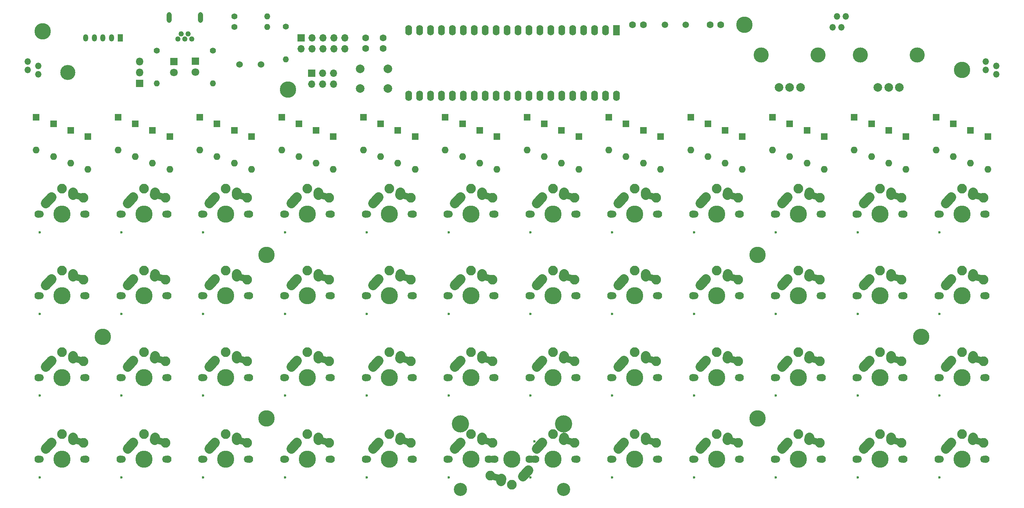
<source format=gbs>
G04 #@! TF.FileFunction,Soldermask,Bot*
%FSLAX46Y46*%
G04 Gerber Fmt 4.6, Leading zero omitted, Abs format (unit mm)*
G04 Created by KiCad (PCBNEW 4.0.7) date 09/10/18 23:45:49*
%MOMM*%
%LPD*%
G01*
G04 APERTURE LIST*
%ADD10C,0.100000*%
%ADD11C,3.800000*%
%ADD12C,1.400000*%
%ADD13O,1.400000X1.400000*%
%ADD14C,1.250000*%
%ADD15O,1.200000X2.500000*%
%ADD16R,1.600000X2.400000*%
%ADD17O,1.600000X2.400000*%
%ADD18C,2.250000*%
%ADD19C,1.770000*%
%ADD20C,0.600000*%
%ADD21C,2.250000*%
%ADD22C,1.780000*%
%ADD23C,3.987800*%
%ADD24C,1.680000*%
%ADD25C,1.524000*%
%ADD26C,2.000000*%
%ADD27C,3.500000*%
%ADD28O,3.500000X3.500000*%
%ADD29R,1.800000X1.800000*%
%ADD30O,1.800000X1.800000*%
%ADD31C,1.600000*%
%ADD32C,1.500000*%
%ADD33R,1.200000X1.700000*%
%ADD34O,1.200000X1.700000*%
%ADD35R,1.600000X1.600000*%
%ADD36O,1.600000X1.600000*%
%ADD37R,1.700000X1.700000*%
%ADD38O,1.700000X1.700000*%
%ADD39C,3.048000*%
%ADD40C,4.000000*%
%ADD41C,1.800000*%
%ADD42O,1.500000X1.500000*%
%ADD43C,1.524000*%
G04 APERTURE END LIST*
D10*
D11*
X243500000Y-111500000D03*
X202500000Y-39000000D03*
X96500000Y-54000000D03*
X39500000Y-40500000D03*
X205500000Y-92500000D03*
X91500000Y-92500000D03*
X53500000Y-111500000D03*
X91500000Y-130500000D03*
X205500000Y-130500000D03*
D12*
X66000000Y-45000000D03*
D13*
X66000000Y-52620000D03*
D12*
X79000000Y-45000000D03*
D13*
X79000000Y-52620000D03*
D14*
X70900000Y-42300000D03*
X71700000Y-41100000D03*
X72500000Y-42300000D03*
X73300000Y-41100000D03*
X74100000Y-42300000D03*
D15*
X68850000Y-37250000D03*
X76150000Y-37250000D03*
D16*
X172760000Y-40260000D03*
D17*
X124500000Y-55500000D03*
X170220000Y-40260000D03*
X127040000Y-55500000D03*
X167680000Y-40260000D03*
X129580000Y-55500000D03*
X165140000Y-40260000D03*
X132120000Y-55500000D03*
X162600000Y-40260000D03*
X134660000Y-55500000D03*
X160060000Y-40260000D03*
X137200000Y-55500000D03*
X157520000Y-40260000D03*
X139740000Y-55500000D03*
X154980000Y-40260000D03*
X142280000Y-55500000D03*
X152440000Y-40260000D03*
X144820000Y-55500000D03*
X149900000Y-40260000D03*
X147360000Y-55500000D03*
X147360000Y-40260000D03*
X149900000Y-55500000D03*
X144820000Y-40260000D03*
X152440000Y-55500000D03*
X142280000Y-40260000D03*
X154980000Y-55500000D03*
X139740000Y-40260000D03*
X157520000Y-55500000D03*
X137200000Y-40260000D03*
X160060000Y-55500000D03*
X134660000Y-40260000D03*
X162600000Y-55500000D03*
X132120000Y-40260000D03*
X165140000Y-55500000D03*
X129580000Y-40260000D03*
X167680000Y-55500000D03*
X127040000Y-40260000D03*
X170220000Y-55500000D03*
X124500000Y-40260000D03*
X172760000Y-55500000D03*
D18*
X40202635Y-80483419D02*
X41487365Y-79056581D01*
X46499771Y-78499294D02*
X46540229Y-77920706D01*
D19*
X41500000Y-79000000D03*
X40190000Y-80460000D03*
X46500000Y-78500000D03*
D20*
X38780000Y-87200000D03*
D19*
X46540000Y-77920000D03*
D21*
X49000000Y-79200000D03*
X44000000Y-77100000D03*
D22*
X49500000Y-83000000D03*
D19*
X44000000Y-77100000D03*
X49000000Y-79200000D03*
D22*
X38500000Y-83000000D03*
D23*
X44000000Y-83000000D03*
D24*
X49080000Y-83000000D03*
X38920000Y-83000000D03*
D25*
X49001226Y-79099499D02*
X46598774Y-78500501D01*
D18*
X249202635Y-80483419D02*
X250487365Y-79056581D01*
X255499771Y-78499294D02*
X255540229Y-77920706D01*
D19*
X250500000Y-79000000D03*
X249190000Y-80460000D03*
X255500000Y-78500000D03*
D20*
X247780000Y-87200000D03*
D19*
X255540000Y-77920000D03*
D21*
X258000000Y-79200000D03*
X253000000Y-77100000D03*
D22*
X258500000Y-83000000D03*
D19*
X253000000Y-77100000D03*
X258000000Y-79200000D03*
D22*
X247500000Y-83000000D03*
D23*
X253000000Y-83000000D03*
D24*
X258080000Y-83000000D03*
X247920000Y-83000000D03*
D25*
X258001226Y-79099499D02*
X255598774Y-78500501D01*
D18*
X230202635Y-80483419D02*
X231487365Y-79056581D01*
X236499771Y-78499294D02*
X236540229Y-77920706D01*
D19*
X231500000Y-79000000D03*
X230190000Y-80460000D03*
X236500000Y-78500000D03*
D20*
X228780000Y-87200000D03*
D19*
X236540000Y-77920000D03*
D21*
X239000000Y-79200000D03*
X234000000Y-77100000D03*
D22*
X239500000Y-83000000D03*
D19*
X234000000Y-77100000D03*
X239000000Y-79200000D03*
D22*
X228500000Y-83000000D03*
D23*
X234000000Y-83000000D03*
D24*
X239080000Y-83000000D03*
X228920000Y-83000000D03*
D25*
X239001226Y-79099499D02*
X236598774Y-78500501D01*
D18*
X211202635Y-80483419D02*
X212487365Y-79056581D01*
X217499771Y-78499294D02*
X217540229Y-77920706D01*
D19*
X212500000Y-79000000D03*
X211190000Y-80460000D03*
X217500000Y-78500000D03*
D20*
X209780000Y-87200000D03*
D19*
X217540000Y-77920000D03*
D21*
X220000000Y-79200000D03*
X215000000Y-77100000D03*
D22*
X220500000Y-83000000D03*
D19*
X215000000Y-77100000D03*
X220000000Y-79200000D03*
D22*
X209500000Y-83000000D03*
D23*
X215000000Y-83000000D03*
D24*
X220080000Y-83000000D03*
X209920000Y-83000000D03*
D25*
X220001226Y-79099499D02*
X217598774Y-78500501D01*
D18*
X192202635Y-80483419D02*
X193487365Y-79056581D01*
X198499771Y-78499294D02*
X198540229Y-77920706D01*
D19*
X193500000Y-79000000D03*
X192190000Y-80460000D03*
X198500000Y-78500000D03*
D20*
X190780000Y-87200000D03*
D19*
X198540000Y-77920000D03*
D21*
X201000000Y-79200000D03*
X196000000Y-77100000D03*
D22*
X201500000Y-83000000D03*
D19*
X196000000Y-77100000D03*
X201000000Y-79200000D03*
D22*
X190500000Y-83000000D03*
D23*
X196000000Y-83000000D03*
D24*
X201080000Y-83000000D03*
X190920000Y-83000000D03*
D25*
X201001226Y-79099499D02*
X198598774Y-78500501D01*
D18*
X173202635Y-80483419D02*
X174487365Y-79056581D01*
X179499771Y-78499294D02*
X179540229Y-77920706D01*
D19*
X174500000Y-79000000D03*
X173190000Y-80460000D03*
X179500000Y-78500000D03*
D20*
X171780000Y-87200000D03*
D19*
X179540000Y-77920000D03*
D21*
X182000000Y-79200000D03*
X177000000Y-77100000D03*
D22*
X182500000Y-83000000D03*
D19*
X177000000Y-77100000D03*
X182000000Y-79200000D03*
D22*
X171500000Y-83000000D03*
D23*
X177000000Y-83000000D03*
D24*
X182080000Y-83000000D03*
X171920000Y-83000000D03*
D25*
X182001226Y-79099499D02*
X179598774Y-78500501D01*
D18*
X154202635Y-80483419D02*
X155487365Y-79056581D01*
X160499771Y-78499294D02*
X160540229Y-77920706D01*
D19*
X155500000Y-79000000D03*
X154190000Y-80460000D03*
X160500000Y-78500000D03*
D20*
X152780000Y-87200000D03*
D19*
X160540000Y-77920000D03*
D21*
X163000000Y-79200000D03*
X158000000Y-77100000D03*
D22*
X163500000Y-83000000D03*
D19*
X158000000Y-77100000D03*
X163000000Y-79200000D03*
D22*
X152500000Y-83000000D03*
D23*
X158000000Y-83000000D03*
D24*
X163080000Y-83000000D03*
X152920000Y-83000000D03*
D25*
X163001226Y-79099499D02*
X160598774Y-78500501D01*
D18*
X135202635Y-80483419D02*
X136487365Y-79056581D01*
X141499771Y-78499294D02*
X141540229Y-77920706D01*
D19*
X136500000Y-79000000D03*
X135190000Y-80460000D03*
X141500000Y-78500000D03*
D20*
X133780000Y-87200000D03*
D19*
X141540000Y-77920000D03*
D21*
X144000000Y-79200000D03*
X139000000Y-77100000D03*
D22*
X144500000Y-83000000D03*
D19*
X139000000Y-77100000D03*
X144000000Y-79200000D03*
D22*
X133500000Y-83000000D03*
D23*
X139000000Y-83000000D03*
D24*
X144080000Y-83000000D03*
X133920000Y-83000000D03*
D25*
X144001226Y-79099499D02*
X141598774Y-78500501D01*
D18*
X116202635Y-80483419D02*
X117487365Y-79056581D01*
X122499771Y-78499294D02*
X122540229Y-77920706D01*
D19*
X117500000Y-79000000D03*
X116190000Y-80460000D03*
X122500000Y-78500000D03*
D20*
X114780000Y-87200000D03*
D19*
X122540000Y-77920000D03*
D21*
X125000000Y-79200000D03*
X120000000Y-77100000D03*
D22*
X125500000Y-83000000D03*
D19*
X120000000Y-77100000D03*
X125000000Y-79200000D03*
D22*
X114500000Y-83000000D03*
D23*
X120000000Y-83000000D03*
D24*
X125080000Y-83000000D03*
X114920000Y-83000000D03*
D25*
X125001226Y-79099499D02*
X122598774Y-78500501D01*
D18*
X97202635Y-80483419D02*
X98487365Y-79056581D01*
X103499771Y-78499294D02*
X103540229Y-77920706D01*
D19*
X98500000Y-79000000D03*
X97190000Y-80460000D03*
X103500000Y-78500000D03*
D20*
X95780000Y-87200000D03*
D19*
X103540000Y-77920000D03*
D21*
X106000000Y-79200000D03*
X101000000Y-77100000D03*
D22*
X106500000Y-83000000D03*
D19*
X101000000Y-77100000D03*
X106000000Y-79200000D03*
D22*
X95500000Y-83000000D03*
D23*
X101000000Y-83000000D03*
D24*
X106080000Y-83000000D03*
X95920000Y-83000000D03*
D25*
X106001226Y-79099499D02*
X103598774Y-78500501D01*
D18*
X78202635Y-80483419D02*
X79487365Y-79056581D01*
X84499771Y-78499294D02*
X84540229Y-77920706D01*
D19*
X79500000Y-79000000D03*
X78190000Y-80460000D03*
X84500000Y-78500000D03*
D20*
X76780000Y-87200000D03*
D19*
X84540000Y-77920000D03*
D21*
X87000000Y-79200000D03*
X82000000Y-77100000D03*
D22*
X87500000Y-83000000D03*
D19*
X82000000Y-77100000D03*
X87000000Y-79200000D03*
D22*
X76500000Y-83000000D03*
D23*
X82000000Y-83000000D03*
D24*
X87080000Y-83000000D03*
X76920000Y-83000000D03*
D25*
X87001226Y-79099499D02*
X84598774Y-78500501D01*
D18*
X59202635Y-80483419D02*
X60487365Y-79056581D01*
X65499771Y-78499294D02*
X65540229Y-77920706D01*
D19*
X60500000Y-79000000D03*
X59190000Y-80460000D03*
X65500000Y-78500000D03*
D20*
X57780000Y-87200000D03*
D19*
X65540000Y-77920000D03*
D21*
X68000000Y-79200000D03*
X63000000Y-77100000D03*
D22*
X68500000Y-83000000D03*
D19*
X63000000Y-77100000D03*
X68000000Y-79200000D03*
D22*
X57500000Y-83000000D03*
D23*
X63000000Y-83000000D03*
D24*
X68080000Y-83000000D03*
X57920000Y-83000000D03*
D25*
X68001226Y-79099499D02*
X65598774Y-78500501D01*
D26*
X236000000Y-53500000D03*
X238500000Y-53500000D03*
X233500000Y-53500000D03*
D27*
X242600000Y-46000000D03*
X229400000Y-46000000D03*
D28*
X45340000Y-50040000D03*
D29*
X62000000Y-52580000D03*
D30*
X62000000Y-50040000D03*
X62000000Y-47500000D03*
D31*
X179000000Y-39000000D03*
X176500000Y-39000000D03*
X194500000Y-39000000D03*
X197000000Y-39000000D03*
D12*
X84000000Y-37000000D03*
D13*
X91620000Y-37000000D03*
D12*
X84000000Y-39500000D03*
D13*
X91620000Y-39500000D03*
D32*
X184000000Y-39000000D03*
X188880000Y-39000000D03*
D31*
X118600000Y-44500000D03*
X118600000Y-42000000D03*
X114500000Y-44500000D03*
X114500000Y-42000000D03*
D33*
X57500000Y-42000000D03*
D34*
X55500000Y-42000000D03*
X53500000Y-42000000D03*
X51500000Y-42000000D03*
X49500000Y-42000000D03*
D12*
X96000000Y-39380000D03*
D13*
X96000000Y-47000000D03*
D35*
X38000000Y-60500000D03*
D36*
X38000000Y-68120000D03*
D35*
X57000000Y-60500000D03*
D36*
X57000000Y-68120000D03*
D35*
X76000000Y-60500000D03*
D36*
X76000000Y-68120000D03*
D35*
X95000000Y-60500000D03*
D36*
X95000000Y-68120000D03*
D35*
X114000000Y-60500000D03*
D36*
X114000000Y-68120000D03*
D35*
X133000000Y-60500000D03*
D36*
X133000000Y-68120000D03*
D35*
X152000000Y-60500000D03*
D36*
X152000000Y-68120000D03*
D35*
X171000000Y-60500000D03*
D36*
X171000000Y-68120000D03*
D35*
X190000000Y-60500000D03*
D36*
X190000000Y-68120000D03*
D35*
X209000000Y-60500000D03*
D36*
X209000000Y-68120000D03*
D35*
X228000000Y-60500000D03*
D36*
X228000000Y-68120000D03*
D35*
X247000000Y-60500000D03*
D36*
X247000000Y-68120000D03*
D35*
X42000000Y-62000000D03*
D36*
X42000000Y-69620000D03*
D35*
X61000000Y-62000000D03*
D36*
X61000000Y-69620000D03*
D35*
X80000000Y-62000000D03*
D36*
X80000000Y-69620000D03*
D35*
X99000000Y-62000000D03*
D36*
X99000000Y-69620000D03*
D35*
X118000000Y-62000000D03*
D36*
X118000000Y-69620000D03*
D35*
X137000000Y-62000000D03*
D36*
X137000000Y-69620000D03*
D35*
X156000000Y-62000000D03*
D36*
X156000000Y-69620000D03*
D35*
X175000000Y-62000000D03*
D36*
X175000000Y-69620000D03*
D35*
X194000000Y-62000000D03*
D36*
X194000000Y-69620000D03*
D35*
X213000000Y-62000000D03*
D36*
X213000000Y-69620000D03*
D35*
X232000000Y-62000000D03*
D36*
X232000000Y-69620000D03*
D35*
X251000000Y-62000000D03*
D36*
X251000000Y-69620000D03*
D35*
X46000000Y-63500000D03*
D36*
X46000000Y-71120000D03*
D35*
X65000000Y-63500000D03*
D36*
X65000000Y-71120000D03*
D35*
X84000000Y-63500000D03*
D36*
X84000000Y-71120000D03*
D35*
X103000000Y-63500000D03*
D36*
X103000000Y-71120000D03*
D35*
X122000000Y-63500000D03*
D36*
X122000000Y-71120000D03*
D35*
X141000000Y-63500000D03*
D36*
X141000000Y-71120000D03*
D35*
X160000000Y-63500000D03*
D36*
X160000000Y-71120000D03*
D35*
X179000000Y-63500000D03*
D36*
X179000000Y-71120000D03*
D35*
X198000000Y-63500000D03*
D36*
X198000000Y-71120000D03*
D35*
X217000000Y-63500000D03*
D36*
X217000000Y-71120000D03*
D35*
X236000000Y-63500000D03*
D36*
X236000000Y-71120000D03*
D35*
X255000000Y-63500000D03*
D36*
X255000000Y-71120000D03*
D35*
X50000000Y-65000000D03*
D36*
X50000000Y-72620000D03*
D35*
X69000000Y-65000000D03*
D36*
X69000000Y-72620000D03*
D35*
X88000000Y-65000000D03*
D36*
X88000000Y-72620000D03*
D35*
X107000000Y-65000000D03*
D36*
X107000000Y-72620000D03*
D35*
X126000000Y-65000000D03*
D36*
X126000000Y-72620000D03*
D35*
X145000000Y-65000000D03*
D36*
X145000000Y-72620000D03*
D35*
X164000000Y-65000000D03*
D36*
X164000000Y-72620000D03*
D35*
X183000000Y-65000000D03*
D36*
X183000000Y-72620000D03*
D35*
X202000000Y-65000000D03*
D36*
X202000000Y-72620000D03*
D35*
X221000000Y-65000000D03*
D36*
X221000000Y-72620000D03*
D35*
X240000000Y-65000000D03*
D36*
X240000000Y-72620000D03*
D35*
X259000000Y-65000000D03*
D36*
X259000000Y-72620000D03*
D18*
X40202635Y-99483419D02*
X41487365Y-98056581D01*
X46499771Y-97499294D02*
X46540229Y-96920706D01*
D19*
X41500000Y-98000000D03*
X40190000Y-99460000D03*
X46500000Y-97500000D03*
D20*
X38780000Y-106200000D03*
D19*
X46540000Y-96920000D03*
D21*
X49000000Y-98200000D03*
X44000000Y-96100000D03*
D22*
X49500000Y-102000000D03*
D19*
X44000000Y-96100000D03*
X49000000Y-98200000D03*
D22*
X38500000Y-102000000D03*
D23*
X44000000Y-102000000D03*
D24*
X49080000Y-102000000D03*
X38920000Y-102000000D03*
D25*
X49001226Y-98099499D02*
X46598774Y-97500501D01*
D18*
X59202635Y-99483419D02*
X60487365Y-98056581D01*
X65499771Y-97499294D02*
X65540229Y-96920706D01*
D19*
X60500000Y-98000000D03*
X59190000Y-99460000D03*
X65500000Y-97500000D03*
D20*
X57780000Y-106200000D03*
D19*
X65540000Y-96920000D03*
D21*
X68000000Y-98200000D03*
X63000000Y-96100000D03*
D22*
X68500000Y-102000000D03*
D19*
X63000000Y-96100000D03*
X68000000Y-98200000D03*
D22*
X57500000Y-102000000D03*
D23*
X63000000Y-102000000D03*
D24*
X68080000Y-102000000D03*
X57920000Y-102000000D03*
D25*
X68001226Y-98099499D02*
X65598774Y-97500501D01*
D18*
X78202635Y-99483419D02*
X79487365Y-98056581D01*
X84499771Y-97499294D02*
X84540229Y-96920706D01*
D19*
X79500000Y-98000000D03*
X78190000Y-99460000D03*
X84500000Y-97500000D03*
D20*
X76780000Y-106200000D03*
D19*
X84540000Y-96920000D03*
D21*
X87000000Y-98200000D03*
X82000000Y-96100000D03*
D22*
X87500000Y-102000000D03*
D19*
X82000000Y-96100000D03*
X87000000Y-98200000D03*
D22*
X76500000Y-102000000D03*
D23*
X82000000Y-102000000D03*
D24*
X87080000Y-102000000D03*
X76920000Y-102000000D03*
D25*
X87001226Y-98099499D02*
X84598774Y-97500501D01*
D18*
X97202635Y-99483419D02*
X98487365Y-98056581D01*
X103499771Y-97499294D02*
X103540229Y-96920706D01*
D19*
X98500000Y-98000000D03*
X97190000Y-99460000D03*
X103500000Y-97500000D03*
D20*
X95780000Y-106200000D03*
D19*
X103540000Y-96920000D03*
D21*
X106000000Y-98200000D03*
X101000000Y-96100000D03*
D22*
X106500000Y-102000000D03*
D19*
X101000000Y-96100000D03*
X106000000Y-98200000D03*
D22*
X95500000Y-102000000D03*
D23*
X101000000Y-102000000D03*
D24*
X106080000Y-102000000D03*
X95920000Y-102000000D03*
D25*
X106001226Y-98099499D02*
X103598774Y-97500501D01*
D18*
X116202635Y-99483419D02*
X117487365Y-98056581D01*
X122499771Y-97499294D02*
X122540229Y-96920706D01*
D19*
X117500000Y-98000000D03*
X116190000Y-99460000D03*
X122500000Y-97500000D03*
D20*
X114780000Y-106200000D03*
D19*
X122540000Y-96920000D03*
D21*
X125000000Y-98200000D03*
X120000000Y-96100000D03*
D22*
X125500000Y-102000000D03*
D19*
X120000000Y-96100000D03*
X125000000Y-98200000D03*
D22*
X114500000Y-102000000D03*
D23*
X120000000Y-102000000D03*
D24*
X125080000Y-102000000D03*
X114920000Y-102000000D03*
D25*
X125001226Y-98099499D02*
X122598774Y-97500501D01*
D18*
X135202635Y-99483419D02*
X136487365Y-98056581D01*
X141499771Y-97499294D02*
X141540229Y-96920706D01*
D19*
X136500000Y-98000000D03*
X135190000Y-99460000D03*
X141500000Y-97500000D03*
D20*
X133780000Y-106200000D03*
D19*
X141540000Y-96920000D03*
D21*
X144000000Y-98200000D03*
X139000000Y-96100000D03*
D22*
X144500000Y-102000000D03*
D19*
X139000000Y-96100000D03*
X144000000Y-98200000D03*
D22*
X133500000Y-102000000D03*
D23*
X139000000Y-102000000D03*
D24*
X144080000Y-102000000D03*
X133920000Y-102000000D03*
D25*
X144001226Y-98099499D02*
X141598774Y-97500501D01*
D18*
X154202635Y-99483419D02*
X155487365Y-98056581D01*
X160499771Y-97499294D02*
X160540229Y-96920706D01*
D19*
X155500000Y-98000000D03*
X154190000Y-99460000D03*
X160500000Y-97500000D03*
D20*
X152780000Y-106200000D03*
D19*
X160540000Y-96920000D03*
D21*
X163000000Y-98200000D03*
X158000000Y-96100000D03*
D22*
X163500000Y-102000000D03*
D19*
X158000000Y-96100000D03*
X163000000Y-98200000D03*
D22*
X152500000Y-102000000D03*
D23*
X158000000Y-102000000D03*
D24*
X163080000Y-102000000D03*
X152920000Y-102000000D03*
D25*
X163001226Y-98099499D02*
X160598774Y-97500501D01*
D18*
X173202635Y-99483419D02*
X174487365Y-98056581D01*
X179499771Y-97499294D02*
X179540229Y-96920706D01*
D19*
X174500000Y-98000000D03*
X173190000Y-99460000D03*
X179500000Y-97500000D03*
D20*
X171780000Y-106200000D03*
D19*
X179540000Y-96920000D03*
D21*
X182000000Y-98200000D03*
X177000000Y-96100000D03*
D22*
X182500000Y-102000000D03*
D19*
X177000000Y-96100000D03*
X182000000Y-98200000D03*
D22*
X171500000Y-102000000D03*
D23*
X177000000Y-102000000D03*
D24*
X182080000Y-102000000D03*
X171920000Y-102000000D03*
D25*
X182001226Y-98099499D02*
X179598774Y-97500501D01*
D18*
X192202635Y-99483419D02*
X193487365Y-98056581D01*
X198499771Y-97499294D02*
X198540229Y-96920706D01*
D19*
X193500000Y-98000000D03*
X192190000Y-99460000D03*
X198500000Y-97500000D03*
D20*
X190780000Y-106200000D03*
D19*
X198540000Y-96920000D03*
D21*
X201000000Y-98200000D03*
X196000000Y-96100000D03*
D22*
X201500000Y-102000000D03*
D19*
X196000000Y-96100000D03*
X201000000Y-98200000D03*
D22*
X190500000Y-102000000D03*
D23*
X196000000Y-102000000D03*
D24*
X201080000Y-102000000D03*
X190920000Y-102000000D03*
D25*
X201001226Y-98099499D02*
X198598774Y-97500501D01*
D18*
X211202635Y-99483419D02*
X212487365Y-98056581D01*
X217499771Y-97499294D02*
X217540229Y-96920706D01*
D19*
X212500000Y-98000000D03*
X211190000Y-99460000D03*
X217500000Y-97500000D03*
D20*
X209780000Y-106200000D03*
D19*
X217540000Y-96920000D03*
D21*
X220000000Y-98200000D03*
X215000000Y-96100000D03*
D22*
X220500000Y-102000000D03*
D19*
X215000000Y-96100000D03*
X220000000Y-98200000D03*
D22*
X209500000Y-102000000D03*
D23*
X215000000Y-102000000D03*
D24*
X220080000Y-102000000D03*
X209920000Y-102000000D03*
D25*
X220001226Y-98099499D02*
X217598774Y-97500501D01*
D18*
X230202635Y-99483419D02*
X231487365Y-98056581D01*
X236499771Y-97499294D02*
X236540229Y-96920706D01*
D19*
X231500000Y-98000000D03*
X230190000Y-99460000D03*
X236500000Y-97500000D03*
D20*
X228780000Y-106200000D03*
D19*
X236540000Y-96920000D03*
D21*
X239000000Y-98200000D03*
X234000000Y-96100000D03*
D22*
X239500000Y-102000000D03*
D19*
X234000000Y-96100000D03*
X239000000Y-98200000D03*
D22*
X228500000Y-102000000D03*
D23*
X234000000Y-102000000D03*
D24*
X239080000Y-102000000D03*
X228920000Y-102000000D03*
D25*
X239001226Y-98099499D02*
X236598774Y-97500501D01*
D18*
X249202635Y-99483419D02*
X250487365Y-98056581D01*
X255499771Y-97499294D02*
X255540229Y-96920706D01*
D19*
X250500000Y-98000000D03*
X249190000Y-99460000D03*
X255500000Y-97500000D03*
D20*
X247780000Y-106200000D03*
D19*
X255540000Y-96920000D03*
D21*
X258000000Y-98200000D03*
X253000000Y-96100000D03*
D22*
X258500000Y-102000000D03*
D19*
X253000000Y-96100000D03*
X258000000Y-98200000D03*
D22*
X247500000Y-102000000D03*
D23*
X253000000Y-102000000D03*
D24*
X258080000Y-102000000D03*
X247920000Y-102000000D03*
D25*
X258001226Y-98099499D02*
X255598774Y-97500501D01*
D18*
X40202635Y-118483419D02*
X41487365Y-117056581D01*
X46499771Y-116499294D02*
X46540229Y-115920706D01*
D19*
X41500000Y-117000000D03*
X40190000Y-118460000D03*
X46500000Y-116500000D03*
D20*
X38780000Y-125200000D03*
D19*
X46540000Y-115920000D03*
D21*
X49000000Y-117200000D03*
X44000000Y-115100000D03*
D22*
X49500000Y-121000000D03*
D19*
X44000000Y-115100000D03*
X49000000Y-117200000D03*
D22*
X38500000Y-121000000D03*
D23*
X44000000Y-121000000D03*
D24*
X49080000Y-121000000D03*
X38920000Y-121000000D03*
D25*
X49001226Y-117099499D02*
X46598774Y-116500501D01*
D18*
X59202635Y-118483419D02*
X60487365Y-117056581D01*
X65499771Y-116499294D02*
X65540229Y-115920706D01*
D19*
X60500000Y-117000000D03*
X59190000Y-118460000D03*
X65500000Y-116500000D03*
D20*
X57780000Y-125200000D03*
D19*
X65540000Y-115920000D03*
D21*
X68000000Y-117200000D03*
X63000000Y-115100000D03*
D22*
X68500000Y-121000000D03*
D19*
X63000000Y-115100000D03*
X68000000Y-117200000D03*
D22*
X57500000Y-121000000D03*
D23*
X63000000Y-121000000D03*
D24*
X68080000Y-121000000D03*
X57920000Y-121000000D03*
D25*
X68001226Y-117099499D02*
X65598774Y-116500501D01*
D18*
X78202635Y-118483419D02*
X79487365Y-117056581D01*
X84499771Y-116499294D02*
X84540229Y-115920706D01*
D19*
X79500000Y-117000000D03*
X78190000Y-118460000D03*
X84500000Y-116500000D03*
D20*
X76780000Y-125200000D03*
D19*
X84540000Y-115920000D03*
D21*
X87000000Y-117200000D03*
X82000000Y-115100000D03*
D22*
X87500000Y-121000000D03*
D19*
X82000000Y-115100000D03*
X87000000Y-117200000D03*
D22*
X76500000Y-121000000D03*
D23*
X82000000Y-121000000D03*
D24*
X87080000Y-121000000D03*
X76920000Y-121000000D03*
D25*
X87001226Y-117099499D02*
X84598774Y-116500501D01*
D18*
X97202635Y-118483419D02*
X98487365Y-117056581D01*
X103499771Y-116499294D02*
X103540229Y-115920706D01*
D19*
X98500000Y-117000000D03*
X97190000Y-118460000D03*
X103500000Y-116500000D03*
D20*
X95780000Y-125200000D03*
D19*
X103540000Y-115920000D03*
D21*
X106000000Y-117200000D03*
X101000000Y-115100000D03*
D22*
X106500000Y-121000000D03*
D19*
X101000000Y-115100000D03*
X106000000Y-117200000D03*
D22*
X95500000Y-121000000D03*
D23*
X101000000Y-121000000D03*
D24*
X106080000Y-121000000D03*
X95920000Y-121000000D03*
D25*
X106001226Y-117099499D02*
X103598774Y-116500501D01*
D18*
X116202635Y-118483419D02*
X117487365Y-117056581D01*
X122499771Y-116499294D02*
X122540229Y-115920706D01*
D19*
X117500000Y-117000000D03*
X116190000Y-118460000D03*
X122500000Y-116500000D03*
D20*
X114780000Y-125200000D03*
D19*
X122540000Y-115920000D03*
D21*
X125000000Y-117200000D03*
X120000000Y-115100000D03*
D22*
X125500000Y-121000000D03*
D19*
X120000000Y-115100000D03*
X125000000Y-117200000D03*
D22*
X114500000Y-121000000D03*
D23*
X120000000Y-121000000D03*
D24*
X125080000Y-121000000D03*
X114920000Y-121000000D03*
D25*
X125001226Y-117099499D02*
X122598774Y-116500501D01*
D18*
X135202635Y-118483419D02*
X136487365Y-117056581D01*
X141499771Y-116499294D02*
X141540229Y-115920706D01*
D19*
X136500000Y-117000000D03*
X135190000Y-118460000D03*
X141500000Y-116500000D03*
D20*
X133780000Y-125200000D03*
D19*
X141540000Y-115920000D03*
D21*
X144000000Y-117200000D03*
X139000000Y-115100000D03*
D22*
X144500000Y-121000000D03*
D19*
X139000000Y-115100000D03*
X144000000Y-117200000D03*
D22*
X133500000Y-121000000D03*
D23*
X139000000Y-121000000D03*
D24*
X144080000Y-121000000D03*
X133920000Y-121000000D03*
D25*
X144001226Y-117099499D02*
X141598774Y-116500501D01*
D18*
X154202635Y-118483419D02*
X155487365Y-117056581D01*
X160499771Y-116499294D02*
X160540229Y-115920706D01*
D19*
X155500000Y-117000000D03*
X154190000Y-118460000D03*
X160500000Y-116500000D03*
D20*
X152780000Y-125200000D03*
D19*
X160540000Y-115920000D03*
D21*
X163000000Y-117200000D03*
X158000000Y-115100000D03*
D22*
X163500000Y-121000000D03*
D19*
X158000000Y-115100000D03*
X163000000Y-117200000D03*
D22*
X152500000Y-121000000D03*
D23*
X158000000Y-121000000D03*
D24*
X163080000Y-121000000D03*
X152920000Y-121000000D03*
D25*
X163001226Y-117099499D02*
X160598774Y-116500501D01*
D18*
X173202635Y-118483419D02*
X174487365Y-117056581D01*
X179499771Y-116499294D02*
X179540229Y-115920706D01*
D19*
X174500000Y-117000000D03*
X173190000Y-118460000D03*
X179500000Y-116500000D03*
D20*
X171780000Y-125200000D03*
D19*
X179540000Y-115920000D03*
D21*
X182000000Y-117200000D03*
X177000000Y-115100000D03*
D22*
X182500000Y-121000000D03*
D19*
X177000000Y-115100000D03*
X182000000Y-117200000D03*
D22*
X171500000Y-121000000D03*
D23*
X177000000Y-121000000D03*
D24*
X182080000Y-121000000D03*
X171920000Y-121000000D03*
D25*
X182001226Y-117099499D02*
X179598774Y-116500501D01*
D18*
X192202635Y-118483419D02*
X193487365Y-117056581D01*
X198499771Y-116499294D02*
X198540229Y-115920706D01*
D19*
X193500000Y-117000000D03*
X192190000Y-118460000D03*
X198500000Y-116500000D03*
D20*
X190780000Y-125200000D03*
D19*
X198540000Y-115920000D03*
D21*
X201000000Y-117200000D03*
X196000000Y-115100000D03*
D22*
X201500000Y-121000000D03*
D19*
X196000000Y-115100000D03*
X201000000Y-117200000D03*
D22*
X190500000Y-121000000D03*
D23*
X196000000Y-121000000D03*
D24*
X201080000Y-121000000D03*
X190920000Y-121000000D03*
D25*
X201001226Y-117099499D02*
X198598774Y-116500501D01*
D18*
X211202635Y-118483419D02*
X212487365Y-117056581D01*
X217499771Y-116499294D02*
X217540229Y-115920706D01*
D19*
X212500000Y-117000000D03*
X211190000Y-118460000D03*
X217500000Y-116500000D03*
D20*
X209780000Y-125200000D03*
D19*
X217540000Y-115920000D03*
D21*
X220000000Y-117200000D03*
X215000000Y-115100000D03*
D22*
X220500000Y-121000000D03*
D19*
X215000000Y-115100000D03*
X220000000Y-117200000D03*
D22*
X209500000Y-121000000D03*
D23*
X215000000Y-121000000D03*
D24*
X220080000Y-121000000D03*
X209920000Y-121000000D03*
D25*
X220001226Y-117099499D02*
X217598774Y-116500501D01*
D18*
X230202635Y-118483419D02*
X231487365Y-117056581D01*
X236499771Y-116499294D02*
X236540229Y-115920706D01*
D19*
X231500000Y-117000000D03*
X230190000Y-118460000D03*
X236500000Y-116500000D03*
D20*
X228780000Y-125200000D03*
D19*
X236540000Y-115920000D03*
D21*
X239000000Y-117200000D03*
X234000000Y-115100000D03*
D22*
X239500000Y-121000000D03*
D19*
X234000000Y-115100000D03*
X239000000Y-117200000D03*
D22*
X228500000Y-121000000D03*
D23*
X234000000Y-121000000D03*
D24*
X239080000Y-121000000D03*
X228920000Y-121000000D03*
D25*
X239001226Y-117099499D02*
X236598774Y-116500501D01*
D18*
X249202635Y-118483419D02*
X250487365Y-117056581D01*
X255499771Y-116499294D02*
X255540229Y-115920706D01*
D19*
X250500000Y-117000000D03*
X249190000Y-118460000D03*
X255500000Y-116500000D03*
D20*
X247780000Y-125200000D03*
D19*
X255540000Y-115920000D03*
D21*
X258000000Y-117200000D03*
X253000000Y-115100000D03*
D22*
X258500000Y-121000000D03*
D19*
X253000000Y-115100000D03*
X258000000Y-117200000D03*
D22*
X247500000Y-121000000D03*
D23*
X253000000Y-121000000D03*
D24*
X258080000Y-121000000D03*
X247920000Y-121000000D03*
D25*
X258001226Y-117099499D02*
X255598774Y-116500501D01*
D18*
X40202635Y-137483419D02*
X41487365Y-136056581D01*
X46499771Y-135499294D02*
X46540229Y-134920706D01*
D19*
X41500000Y-136000000D03*
X40190000Y-137460000D03*
X46500000Y-135500000D03*
D20*
X38780000Y-144200000D03*
D19*
X46540000Y-134920000D03*
D21*
X49000000Y-136200000D03*
X44000000Y-134100000D03*
D22*
X49500000Y-140000000D03*
D19*
X44000000Y-134100000D03*
X49000000Y-136200000D03*
D22*
X38500000Y-140000000D03*
D23*
X44000000Y-140000000D03*
D24*
X49080000Y-140000000D03*
X38920000Y-140000000D03*
D25*
X49001226Y-136099499D02*
X46598774Y-135500501D01*
D18*
X59202635Y-137483419D02*
X60487365Y-136056581D01*
X65499771Y-135499294D02*
X65540229Y-134920706D01*
D19*
X60500000Y-136000000D03*
X59190000Y-137460000D03*
X65500000Y-135500000D03*
D20*
X57780000Y-144200000D03*
D19*
X65540000Y-134920000D03*
D21*
X68000000Y-136200000D03*
X63000000Y-134100000D03*
D22*
X68500000Y-140000000D03*
D19*
X63000000Y-134100000D03*
X68000000Y-136200000D03*
D22*
X57500000Y-140000000D03*
D23*
X63000000Y-140000000D03*
D24*
X68080000Y-140000000D03*
X57920000Y-140000000D03*
D25*
X68001226Y-136099499D02*
X65598774Y-135500501D01*
D18*
X78202635Y-137483419D02*
X79487365Y-136056581D01*
X84499771Y-135499294D02*
X84540229Y-134920706D01*
D19*
X79500000Y-136000000D03*
X78190000Y-137460000D03*
X84500000Y-135500000D03*
D20*
X76780000Y-144200000D03*
D19*
X84540000Y-134920000D03*
D21*
X87000000Y-136200000D03*
X82000000Y-134100000D03*
D22*
X87500000Y-140000000D03*
D19*
X82000000Y-134100000D03*
X87000000Y-136200000D03*
D22*
X76500000Y-140000000D03*
D23*
X82000000Y-140000000D03*
D24*
X87080000Y-140000000D03*
X76920000Y-140000000D03*
D25*
X87001226Y-136099499D02*
X84598774Y-135500501D01*
D18*
X97202635Y-137483419D02*
X98487365Y-136056581D01*
X103499771Y-135499294D02*
X103540229Y-134920706D01*
D19*
X98500000Y-136000000D03*
X97190000Y-137460000D03*
X103500000Y-135500000D03*
D20*
X95780000Y-144200000D03*
D19*
X103540000Y-134920000D03*
D21*
X106000000Y-136200000D03*
X101000000Y-134100000D03*
D22*
X106500000Y-140000000D03*
D19*
X101000000Y-134100000D03*
X106000000Y-136200000D03*
D22*
X95500000Y-140000000D03*
D23*
X101000000Y-140000000D03*
D24*
X106080000Y-140000000D03*
X95920000Y-140000000D03*
D25*
X106001226Y-136099499D02*
X103598774Y-135500501D01*
D18*
X116202635Y-137483419D02*
X117487365Y-136056581D01*
X122499771Y-135499294D02*
X122540229Y-134920706D01*
D19*
X117500000Y-136000000D03*
X116190000Y-137460000D03*
X122500000Y-135500000D03*
D20*
X114780000Y-144200000D03*
D19*
X122540000Y-134920000D03*
D21*
X125000000Y-136200000D03*
X120000000Y-134100000D03*
D22*
X125500000Y-140000000D03*
D19*
X120000000Y-134100000D03*
X125000000Y-136200000D03*
D22*
X114500000Y-140000000D03*
D23*
X120000000Y-140000000D03*
D24*
X125080000Y-140000000D03*
X114920000Y-140000000D03*
D25*
X125001226Y-136099499D02*
X122598774Y-135500501D01*
D18*
X135202635Y-137483419D02*
X136487365Y-136056581D01*
X141499771Y-135499294D02*
X141540229Y-134920706D01*
D19*
X136500000Y-136000000D03*
X135190000Y-137460000D03*
X141500000Y-135500000D03*
D20*
X133780000Y-144200000D03*
D19*
X141540000Y-134920000D03*
D21*
X144000000Y-136200000D03*
X139000000Y-134100000D03*
D22*
X144500000Y-140000000D03*
D19*
X139000000Y-134100000D03*
X144000000Y-136200000D03*
D22*
X133500000Y-140000000D03*
D23*
X139000000Y-140000000D03*
D24*
X144080000Y-140000000D03*
X133920000Y-140000000D03*
D25*
X144001226Y-136099499D02*
X141598774Y-135500501D01*
D18*
X154202635Y-137483419D02*
X155487365Y-136056581D01*
X160499771Y-135499294D02*
X160540229Y-134920706D01*
D19*
X155500000Y-136000000D03*
X154190000Y-137460000D03*
X160500000Y-135500000D03*
D20*
X152780000Y-144200000D03*
D19*
X160540000Y-134920000D03*
D21*
X163000000Y-136200000D03*
X158000000Y-134100000D03*
D22*
X163500000Y-140000000D03*
D19*
X158000000Y-134100000D03*
X163000000Y-136200000D03*
D22*
X152500000Y-140000000D03*
D23*
X158000000Y-140000000D03*
D24*
X163080000Y-140000000D03*
X152920000Y-140000000D03*
D25*
X163001226Y-136099499D02*
X160598774Y-135500501D01*
D18*
X173202635Y-137483419D02*
X174487365Y-136056581D01*
X179499771Y-135499294D02*
X179540229Y-134920706D01*
D19*
X174500000Y-136000000D03*
X173190000Y-137460000D03*
X179500000Y-135500000D03*
D20*
X171780000Y-144200000D03*
D19*
X179540000Y-134920000D03*
D21*
X182000000Y-136200000D03*
X177000000Y-134100000D03*
D22*
X182500000Y-140000000D03*
D19*
X177000000Y-134100000D03*
X182000000Y-136200000D03*
D22*
X171500000Y-140000000D03*
D23*
X177000000Y-140000000D03*
D24*
X182080000Y-140000000D03*
X171920000Y-140000000D03*
D25*
X182001226Y-136099499D02*
X179598774Y-135500501D01*
D18*
X192202635Y-137483419D02*
X193487365Y-136056581D01*
X198499771Y-135499294D02*
X198540229Y-134920706D01*
D19*
X193500000Y-136000000D03*
X192190000Y-137460000D03*
X198500000Y-135500000D03*
D20*
X190780000Y-144200000D03*
D19*
X198540000Y-134920000D03*
D21*
X201000000Y-136200000D03*
X196000000Y-134100000D03*
D22*
X201500000Y-140000000D03*
D19*
X196000000Y-134100000D03*
X201000000Y-136200000D03*
D22*
X190500000Y-140000000D03*
D23*
X196000000Y-140000000D03*
D24*
X201080000Y-140000000D03*
X190920000Y-140000000D03*
D25*
X201001226Y-136099499D02*
X198598774Y-135500501D01*
D18*
X211202635Y-137483419D02*
X212487365Y-136056581D01*
X217499771Y-135499294D02*
X217540229Y-134920706D01*
D19*
X212500000Y-136000000D03*
X211190000Y-137460000D03*
X217500000Y-135500000D03*
D20*
X209780000Y-144200000D03*
D19*
X217540000Y-134920000D03*
D21*
X220000000Y-136200000D03*
X215000000Y-134100000D03*
D22*
X220500000Y-140000000D03*
D19*
X215000000Y-134100000D03*
X220000000Y-136200000D03*
D22*
X209500000Y-140000000D03*
D23*
X215000000Y-140000000D03*
D24*
X220080000Y-140000000D03*
X209920000Y-140000000D03*
D25*
X220001226Y-136099499D02*
X217598774Y-135500501D01*
D18*
X230202635Y-137483419D02*
X231487365Y-136056581D01*
X236499771Y-135499294D02*
X236540229Y-134920706D01*
D19*
X231500000Y-136000000D03*
X230190000Y-137460000D03*
X236500000Y-135500000D03*
D20*
X228780000Y-144200000D03*
D19*
X236540000Y-134920000D03*
D21*
X239000000Y-136200000D03*
X234000000Y-134100000D03*
D22*
X239500000Y-140000000D03*
D19*
X234000000Y-134100000D03*
X239000000Y-136200000D03*
D22*
X228500000Y-140000000D03*
D23*
X234000000Y-140000000D03*
D24*
X239080000Y-140000000D03*
X228920000Y-140000000D03*
D25*
X239001226Y-136099499D02*
X236598774Y-135500501D01*
D18*
X249202635Y-137483419D02*
X250487365Y-136056581D01*
X255499771Y-135499294D02*
X255540229Y-134920706D01*
D19*
X250500000Y-136000000D03*
X249190000Y-137460000D03*
X255500000Y-135500000D03*
D20*
X247780000Y-144200000D03*
D19*
X255540000Y-134920000D03*
D21*
X258000000Y-136200000D03*
X253000000Y-134100000D03*
D22*
X258500000Y-140000000D03*
D19*
X253000000Y-134100000D03*
X258000000Y-136200000D03*
D22*
X247500000Y-140000000D03*
D23*
X253000000Y-140000000D03*
D24*
X258080000Y-140000000D03*
X247920000Y-140000000D03*
D25*
X258001226Y-136099499D02*
X255598774Y-135500501D01*
D18*
X152297365Y-142516581D02*
X151012635Y-143943419D01*
X146000229Y-144500706D02*
X145959771Y-145079294D01*
D19*
X151000000Y-144000000D03*
X152310000Y-142540000D03*
X146000000Y-144500000D03*
D20*
X153720000Y-135800000D03*
D19*
X145960000Y-145080000D03*
D21*
X143500000Y-143800000D03*
X148500000Y-145900000D03*
D22*
X143000000Y-140000000D03*
D19*
X148500000Y-145900000D03*
X143500000Y-143800000D03*
D22*
X154000000Y-140000000D03*
D23*
X148500000Y-140000000D03*
D24*
X143420000Y-140000000D03*
X153580000Y-140000000D03*
D25*
X143498774Y-143900501D02*
X145901226Y-144499499D01*
D37*
X99500000Y-42000000D03*
D38*
X99500000Y-44540000D03*
X102040000Y-42000000D03*
X102040000Y-44540000D03*
X104580000Y-42000000D03*
X104580000Y-44540000D03*
X107120000Y-42000000D03*
X107120000Y-44540000D03*
X109660000Y-42000000D03*
X109660000Y-44540000D03*
D37*
X102000000Y-50200000D03*
D38*
X102000000Y-52740000D03*
X104540000Y-50200000D03*
X104540000Y-52740000D03*
X107080000Y-50200000D03*
X107080000Y-52740000D03*
D26*
X213000000Y-53500000D03*
X215500000Y-53500000D03*
X210500000Y-53500000D03*
D27*
X219600000Y-46000000D03*
X206400000Y-46000000D03*
D26*
X119700000Y-49250000D03*
X119700000Y-53750000D03*
X113200000Y-53750000D03*
X113200000Y-49250000D03*
D39*
X160450000Y-146985000D03*
X136550000Y-146985000D03*
D40*
X136550000Y-131745000D03*
X160450000Y-131745000D03*
D29*
X70000000Y-47500000D03*
D41*
X70000000Y-50040000D03*
D29*
X75000000Y-47460000D03*
D41*
X75000000Y-50000000D03*
D42*
X38500000Y-50500000D03*
X36000000Y-49500000D03*
X36000000Y-47500000D03*
X38500000Y-48500000D03*
X258500000Y-47500000D03*
X261000000Y-48500000D03*
X261000000Y-50500000D03*
X258500000Y-49500000D03*
X223000000Y-39562500D03*
X224000000Y-37062500D03*
X226000000Y-37062500D03*
X225000000Y-39562500D03*
D43*
X85200000Y-48200000D03*
X90200000Y-48200000D03*
D11*
X253000000Y-49500000D03*
M02*

</source>
